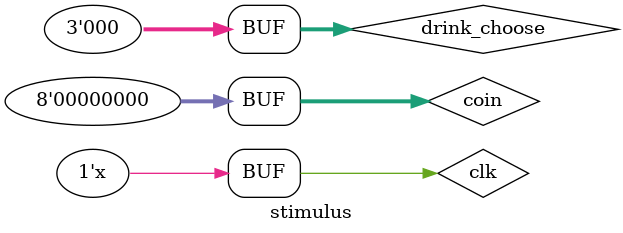
<source format=v>
module stimulus;
  
reg clk,reset;
reg [7:0] coin;
reg [2:0] drink_choose;


FSM fsm(coin, drink_choose, clk, reset);

initial clk = 1'b0;
always #5 clk = ~clk;


initial
begin

// design your test case here

#10 coin = 8'd10;		//coin 10,	total 10 dollars	tea
#10 coin = 8'd5 ;		//coin 5,	total 15 dollars	tea | coke
#10 coin = 8'd1 ;		//coin 1,	total 16 dollars	tea | coke
#10 coin = 8'd10 ;		//coin 10,	total 26 dollars	tea | coke | coffee | milk

#10 coin = 8'd0 ;
#10 drink_choose = 2'd3 ; //3=coffee	coffee out
#10 drink_choose = 2'd0 ;
			//exchange 6 dollars


end



endmodule
</source>
